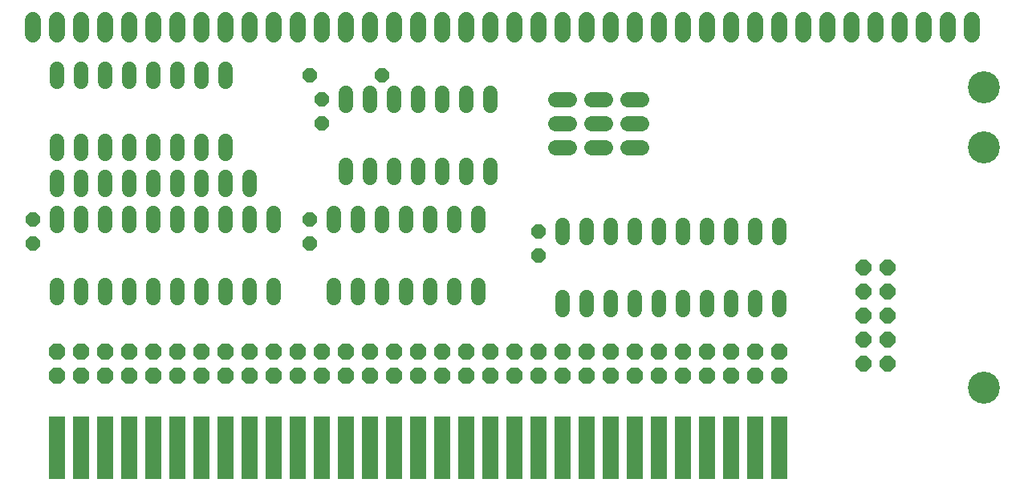
<source format=gts>
G75*
%MOIN*%
%OFA0B0*%
%FSLAX24Y24*%
%IPPOS*%
%LPD*%
%AMOC8*
5,1,8,0,0,1.08239X$1,22.5*
%
%ADD10C,0.1330*%
%ADD11R,0.0680X0.2630*%
%ADD12OC8,0.0600*%
%ADD13OC8,0.0680*%
%ADD14C,0.0600*%
%ADD15C,0.0680*%
%ADD16C,0.0640*%
%ADD17OC8,0.0640*%
D10*
X040680Y004440D03*
X040680Y014440D03*
X040680Y016940D03*
D11*
X002180Y001940D03*
X003180Y001940D03*
X004180Y001940D03*
X005180Y001940D03*
X006180Y001940D03*
X007180Y001940D03*
X008180Y001940D03*
X009180Y001940D03*
X010180Y001940D03*
X011180Y001940D03*
X012180Y001940D03*
X013180Y001940D03*
X014180Y001940D03*
X015180Y001940D03*
X016180Y001940D03*
X017180Y001940D03*
X018180Y001940D03*
X019180Y001940D03*
X020180Y001940D03*
X021180Y001940D03*
X022180Y001940D03*
X023180Y001940D03*
X024180Y001940D03*
X025180Y001940D03*
X026180Y001940D03*
X027180Y001940D03*
X028180Y001940D03*
X029180Y001940D03*
X030180Y001940D03*
X031180Y001940D03*
X032180Y001940D03*
D12*
X022180Y009940D03*
X022180Y010940D03*
X013180Y015440D03*
X013180Y016440D03*
X012680Y017440D03*
X015680Y017440D03*
X012680Y011440D03*
X012680Y010440D03*
X001180Y010440D03*
X001180Y011440D03*
D13*
X002180Y005940D03*
X003180Y005940D03*
X004180Y005940D03*
X005180Y005940D03*
X006180Y005940D03*
X007180Y005940D03*
X008180Y005940D03*
X009180Y005940D03*
X010180Y005940D03*
X011180Y005940D03*
X012180Y005940D03*
X013180Y005940D03*
X014180Y005940D03*
X015180Y005940D03*
X016180Y005940D03*
X017180Y005940D03*
X018180Y005940D03*
X019180Y005940D03*
X020180Y005940D03*
X021180Y005940D03*
X022180Y005940D03*
X023180Y005940D03*
X024180Y005940D03*
X025180Y005940D03*
X026180Y005940D03*
X027180Y005940D03*
X028180Y005940D03*
X029180Y005940D03*
X030180Y005940D03*
X031180Y005940D03*
X032180Y005940D03*
X032180Y004940D03*
X031180Y004940D03*
X030180Y004940D03*
X029180Y004940D03*
X028180Y004940D03*
X027180Y004940D03*
X026180Y004940D03*
X025180Y004940D03*
X024180Y004940D03*
X023180Y004940D03*
X022180Y004940D03*
X021180Y004940D03*
X020180Y004940D03*
X019180Y004940D03*
X018180Y004940D03*
X017180Y004940D03*
X016180Y004940D03*
X015180Y004940D03*
X014180Y004940D03*
X013180Y004940D03*
X012180Y004940D03*
X011180Y004940D03*
X010180Y004940D03*
X009180Y004940D03*
X008180Y004940D03*
X007180Y004940D03*
X006180Y004940D03*
X005180Y004940D03*
X004180Y004940D03*
X003180Y004940D03*
X002180Y004940D03*
D14*
X002180Y008180D02*
X002180Y008700D01*
X003180Y008700D02*
X003180Y008180D01*
X004180Y008180D02*
X004180Y008700D01*
X005180Y008700D02*
X005180Y008180D01*
X006180Y008180D02*
X006180Y008700D01*
X007180Y008700D02*
X007180Y008180D01*
X008180Y008180D02*
X008180Y008700D01*
X009180Y008700D02*
X009180Y008180D01*
X010180Y008180D02*
X010180Y008700D01*
X011180Y008700D02*
X011180Y008180D01*
X013680Y008180D02*
X013680Y008700D01*
X014680Y008700D02*
X014680Y008180D01*
X015680Y008180D02*
X015680Y008700D01*
X016680Y008700D02*
X016680Y008180D01*
X017680Y008180D02*
X017680Y008700D01*
X018680Y008700D02*
X018680Y008180D01*
X019680Y008180D02*
X019680Y008700D01*
X023180Y008200D02*
X023180Y007680D01*
X024180Y007680D02*
X024180Y008200D01*
X025180Y008200D02*
X025180Y007680D01*
X026180Y007680D02*
X026180Y008200D01*
X027180Y008200D02*
X027180Y007680D01*
X028180Y007680D02*
X028180Y008200D01*
X029180Y008200D02*
X029180Y007680D01*
X030180Y007680D02*
X030180Y008200D01*
X031180Y008200D02*
X031180Y007680D01*
X032180Y007680D02*
X032180Y008200D01*
X032180Y010680D02*
X032180Y011200D01*
X031180Y011200D02*
X031180Y010680D01*
X030180Y010680D02*
X030180Y011200D01*
X029180Y011200D02*
X029180Y010680D01*
X028180Y010680D02*
X028180Y011200D01*
X027180Y011200D02*
X027180Y010680D01*
X026180Y010680D02*
X026180Y011200D01*
X025180Y011200D02*
X025180Y010680D01*
X024180Y010680D02*
X024180Y011200D01*
X023180Y011200D02*
X023180Y010680D01*
X019680Y011180D02*
X019680Y011700D01*
X018680Y011700D02*
X018680Y011180D01*
X017680Y011180D02*
X017680Y011700D01*
X016680Y011700D02*
X016680Y011180D01*
X015680Y011180D02*
X015680Y011700D01*
X014680Y011700D02*
X014680Y011180D01*
X013680Y011180D02*
X013680Y011700D01*
X011180Y011700D02*
X011180Y011180D01*
X010180Y011180D02*
X010180Y011700D01*
X009180Y011700D02*
X009180Y011180D01*
X008180Y011180D02*
X008180Y011700D01*
X007180Y011700D02*
X007180Y011180D01*
X006180Y011180D02*
X006180Y011700D01*
X005180Y011700D02*
X005180Y011180D01*
X004180Y011180D02*
X004180Y011700D01*
X003180Y011700D02*
X003180Y011180D01*
X002180Y011180D02*
X002180Y011700D01*
X002180Y012680D02*
X002180Y013200D01*
X003180Y013200D02*
X003180Y012680D01*
X004180Y012680D02*
X004180Y013200D01*
X005180Y013200D02*
X005180Y012680D01*
X006180Y012680D02*
X006180Y013200D01*
X007180Y013200D02*
X007180Y012680D01*
X008180Y012680D02*
X008180Y013200D01*
X009180Y013200D02*
X009180Y012680D01*
X010180Y012680D02*
X010180Y013200D01*
X009180Y014180D02*
X009180Y014700D01*
X008180Y014700D02*
X008180Y014180D01*
X007180Y014180D02*
X007180Y014700D01*
X006180Y014700D02*
X006180Y014180D01*
X005180Y014180D02*
X005180Y014700D01*
X004180Y014700D02*
X004180Y014180D01*
X003180Y014180D02*
X003180Y014700D01*
X002180Y014700D02*
X002180Y014180D01*
X002180Y017180D02*
X002180Y017700D01*
X003180Y017700D02*
X003180Y017180D01*
X004180Y017180D02*
X004180Y017700D01*
X005180Y017700D02*
X005180Y017180D01*
X006180Y017180D02*
X006180Y017700D01*
X007180Y017700D02*
X007180Y017180D01*
X008180Y017180D02*
X008180Y017700D01*
X009180Y017700D02*
X009180Y017180D01*
X014180Y016700D02*
X014180Y016180D01*
X015180Y016180D02*
X015180Y016700D01*
X016180Y016700D02*
X016180Y016180D01*
X017180Y016180D02*
X017180Y016700D01*
X018180Y016700D02*
X018180Y016180D01*
X019180Y016180D02*
X019180Y016700D01*
X020180Y016700D02*
X020180Y016180D01*
X020180Y013700D02*
X020180Y013180D01*
X019180Y013180D02*
X019180Y013700D01*
X018180Y013700D02*
X018180Y013180D01*
X017180Y013180D02*
X017180Y013700D01*
X016180Y013700D02*
X016180Y013180D01*
X015180Y013180D02*
X015180Y013700D01*
X014180Y013700D02*
X014180Y013180D01*
D15*
X014180Y019140D02*
X014180Y019740D01*
X013180Y019740D02*
X013180Y019140D01*
X012180Y019140D02*
X012180Y019740D01*
X011180Y019740D02*
X011180Y019140D01*
X010180Y019140D02*
X010180Y019740D01*
X009180Y019740D02*
X009180Y019140D01*
X008180Y019140D02*
X008180Y019740D01*
X007180Y019740D02*
X007180Y019140D01*
X006180Y019140D02*
X006180Y019740D01*
X005180Y019740D02*
X005180Y019140D01*
X004180Y019140D02*
X004180Y019740D01*
X003180Y019740D02*
X003180Y019140D01*
X002180Y019140D02*
X002180Y019740D01*
X001180Y019740D02*
X001180Y019140D01*
X015180Y019140D02*
X015180Y019740D01*
X016180Y019740D02*
X016180Y019140D01*
X017180Y019140D02*
X017180Y019740D01*
X018180Y019740D02*
X018180Y019140D01*
X019180Y019140D02*
X019180Y019740D01*
X020180Y019740D02*
X020180Y019140D01*
X021180Y019140D02*
X021180Y019740D01*
X022180Y019740D02*
X022180Y019140D01*
X023180Y019140D02*
X023180Y019740D01*
X024180Y019740D02*
X024180Y019140D01*
X025180Y019140D02*
X025180Y019740D01*
X026180Y019740D02*
X026180Y019140D01*
X027180Y019140D02*
X027180Y019740D01*
X028180Y019740D02*
X028180Y019140D01*
X029180Y019140D02*
X029180Y019740D01*
X030180Y019740D02*
X030180Y019140D01*
X031180Y019140D02*
X031180Y019740D01*
X032180Y019740D02*
X032180Y019140D01*
X033180Y019140D02*
X033180Y019740D01*
X034180Y019740D02*
X034180Y019140D01*
X035180Y019140D02*
X035180Y019740D01*
X036180Y019740D02*
X036180Y019140D01*
X037180Y019140D02*
X037180Y019740D01*
X038180Y019740D02*
X038180Y019140D01*
X039180Y019140D02*
X039180Y019740D01*
X040180Y019740D02*
X040180Y019140D01*
D16*
X026460Y016440D02*
X025900Y016440D01*
X024960Y016440D02*
X024400Y016440D01*
X023460Y016440D02*
X022900Y016440D01*
X022900Y015440D02*
X023460Y015440D01*
X024400Y015440D02*
X024960Y015440D01*
X025900Y015440D02*
X026460Y015440D01*
X026460Y014440D02*
X025900Y014440D01*
X024960Y014440D02*
X024400Y014440D01*
X023460Y014440D02*
X022900Y014440D01*
D17*
X035680Y009440D03*
X036680Y009440D03*
X036680Y008440D03*
X035680Y008440D03*
X035680Y007440D03*
X036680Y007440D03*
X036680Y006440D03*
X035680Y006440D03*
X035680Y005440D03*
X036680Y005440D03*
M02*

</source>
